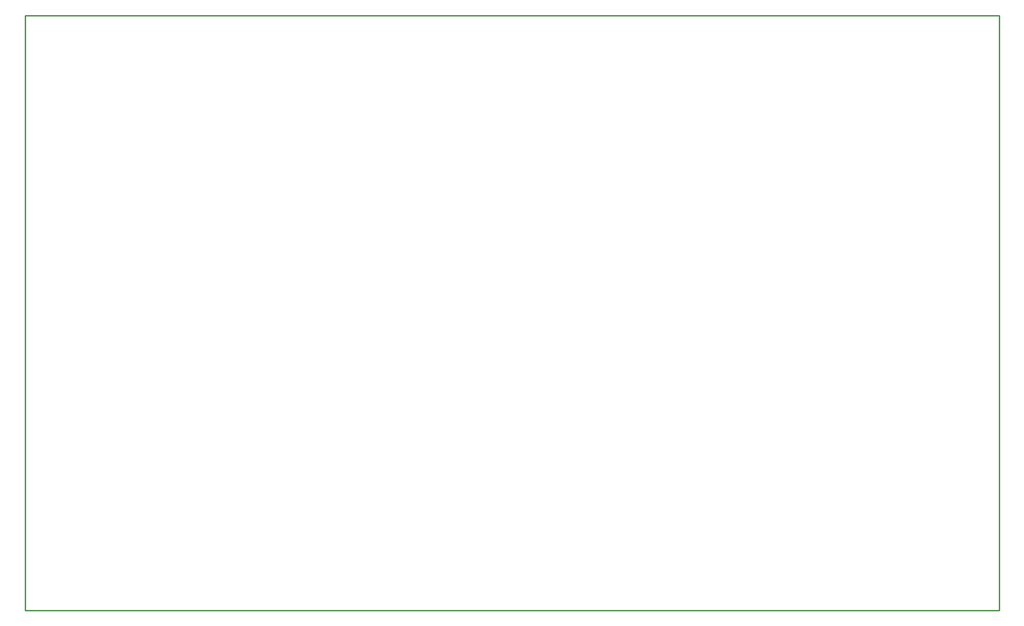
<source format=gko>
G04*
G04 #@! TF.GenerationSoftware,Altium Limited,Altium Designer,20.1.7 (139)*
G04*
G04 Layer_Color=16711935*
%FSTAX24Y24*%
%MOIN*%
G70*
G04*
G04 #@! TF.SameCoordinates,F0BF9DC0-9546-437B-B132-7D81F4AFA61C*
G04*
G04*
G04 #@! TF.FilePolarity,Positive*
G04*
G01*
G75*
%ADD16C,0.0100*%
D16*
X080866Y01D02*
Y053307D01*
X01D02*
X080866D01*
X01Y01D02*
X080866D01*
X01D02*
Y053307D01*
M02*

</source>
